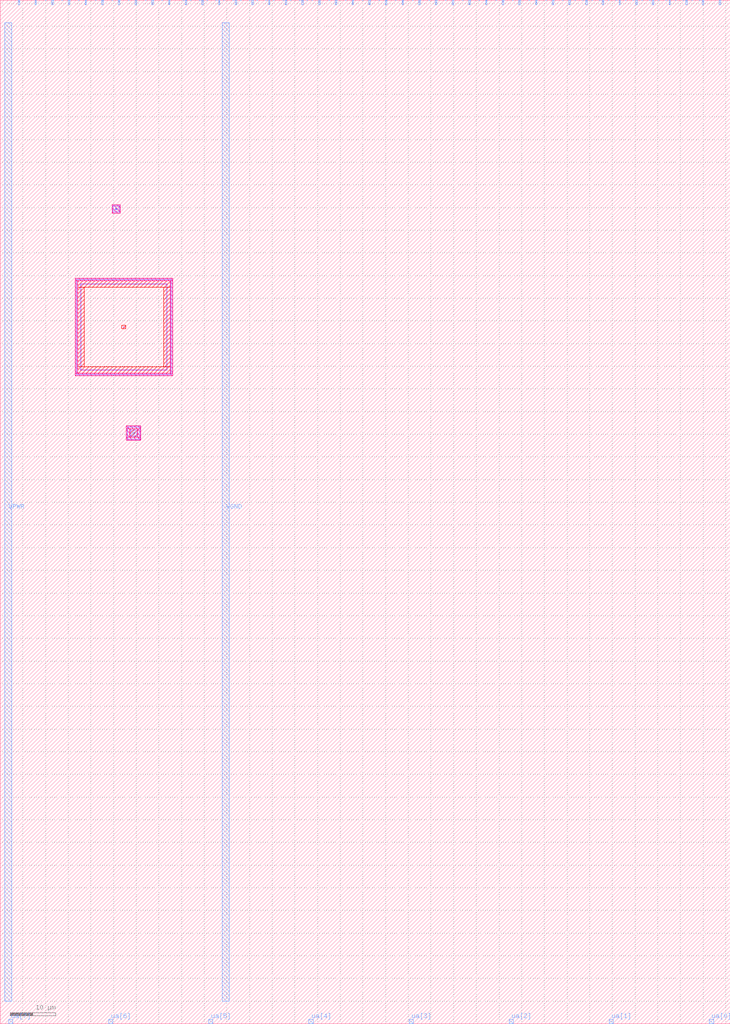
<source format=lef>
VERSION 5.7 ;
  NOWIREEXTENSIONATPIN ON ;
  DIVIDERCHAR "/" ;
  BUSBITCHARS "[]" ;
MACRO tt_um_example
  CLASS BLOCK ;
  FOREIGN tt_um_example ;
  ORIGIN 0.000 0.000 ;
  SIZE 161.000 BY 225.760 ;
  PIN clk
    DIRECTION INPUT ;
    USE SIGNAL ;
    PORT
      LAYER met4 ;
        RECT 154.870 224.760 155.170 225.760 ;
    END
  END clk
  PIN ena
    DIRECTION INPUT ;
    USE SIGNAL ;
    PORT
      LAYER met4 ;
        RECT 158.550 224.760 158.850 225.760 ;
    END
  END ena
  PIN rst_n
    DIRECTION INPUT ;
    USE SIGNAL ;
    PORT
      LAYER met4 ;
        RECT 151.190 224.760 151.490 225.760 ;
    END
  END rst_n
  PIN ua[0]
    DIRECTION INOUT ;
    USE SIGNAL ;
    PORT
      LAYER met4 ;
        RECT 156.410 0.000 157.310 1.000 ;
    END
  END ua[0]
  PIN ua[1]
    DIRECTION INOUT ;
    USE SIGNAL ;
    PORT
      LAYER met4 ;
        RECT 134.330 0.000 135.230 1.000 ;
    END
  END ua[1]
  PIN ua[2]
    DIRECTION INOUT ;
    USE SIGNAL ;
    PORT
      LAYER met4 ;
        RECT 112.250 0.000 113.150 1.000 ;
    END
  END ua[2]
  PIN ua[3]
    DIRECTION INOUT ;
    USE SIGNAL ;
    PORT
      LAYER met4 ;
        RECT 90.170 0.000 91.070 1.000 ;
    END
  END ua[3]
  PIN ua[4]
    DIRECTION INOUT ;
    USE SIGNAL ;
    PORT
      LAYER met4 ;
        RECT 68.090 0.000 68.990 1.000 ;
    END
  END ua[4]
  PIN ua[5]
    DIRECTION INOUT ;
    USE SIGNAL ;
    PORT
      LAYER met4 ;
        RECT 46.010 0.000 46.910 1.000 ;
    END
  END ua[5]
  PIN ua[6]
    DIRECTION INOUT ;
    USE SIGNAL ;
    PORT
      LAYER met4 ;
        RECT 23.930 0.000 24.830 1.000 ;
    END
  END ua[6]
  PIN ua[7]
    DIRECTION INOUT ;
    USE SIGNAL ;
    PORT
      LAYER met4 ;
        RECT 1.850 0.000 2.750 1.000 ;
    END
  END ua[7]
  PIN ui_in[0]
    DIRECTION INPUT ;
    USE SIGNAL ;
    PORT
      LAYER met4 ;
        RECT 147.510 224.760 147.810 225.760 ;
    END
  END ui_in[0]
  PIN ui_in[1]
    DIRECTION INPUT ;
    USE SIGNAL ;
    PORT
      LAYER met4 ;
        RECT 143.830 224.760 144.130 225.760 ;
    END
  END ui_in[1]
  PIN ui_in[2]
    DIRECTION INPUT ;
    USE SIGNAL ;
    PORT
      LAYER met4 ;
        RECT 140.150 224.760 140.450 225.760 ;
    END
  END ui_in[2]
  PIN ui_in[3]
    DIRECTION INPUT ;
    USE SIGNAL ;
    PORT
      LAYER met4 ;
        RECT 136.470 224.760 136.770 225.760 ;
    END
  END ui_in[3]
  PIN ui_in[4]
    DIRECTION INPUT ;
    USE SIGNAL ;
    PORT
      LAYER met4 ;
        RECT 132.790 224.760 133.090 225.760 ;
    END
  END ui_in[4]
  PIN ui_in[5]
    DIRECTION INPUT ;
    USE SIGNAL ;
    PORT
      LAYER met4 ;
        RECT 129.110 224.760 129.410 225.760 ;
    END
  END ui_in[5]
  PIN ui_in[6]
    DIRECTION INPUT ;
    USE SIGNAL ;
    PORT
      LAYER met4 ;
        RECT 125.430 224.760 125.730 225.760 ;
    END
  END ui_in[6]
  PIN ui_in[7]
    DIRECTION INPUT ;
    USE SIGNAL ;
    PORT
      LAYER met4 ;
        RECT 121.750 224.760 122.050 225.760 ;
    END
  END ui_in[7]
  PIN uio_in[0]
    DIRECTION INPUT ;
    USE SIGNAL ;
    PORT
      LAYER met4 ;
        RECT 118.070 224.760 118.370 225.760 ;
    END
  END uio_in[0]
  PIN uio_in[1]
    DIRECTION INPUT ;
    USE SIGNAL ;
    PORT
      LAYER met4 ;
        RECT 114.390 224.760 114.690 225.760 ;
    END
  END uio_in[1]
  PIN uio_in[2]
    DIRECTION INPUT ;
    USE SIGNAL ;
    PORT
      LAYER met4 ;
        RECT 110.710 224.760 111.010 225.760 ;
    END
  END uio_in[2]
  PIN uio_in[3]
    DIRECTION INPUT ;
    USE SIGNAL ;
    PORT
      LAYER met4 ;
        RECT 107.030 224.760 107.330 225.760 ;
    END
  END uio_in[3]
  PIN uio_in[4]
    DIRECTION INPUT ;
    USE SIGNAL ;
    PORT
      LAYER met4 ;
        RECT 103.350 224.760 103.650 225.760 ;
    END
  END uio_in[4]
  PIN uio_in[5]
    DIRECTION INPUT ;
    USE SIGNAL ;
    PORT
      LAYER met4 ;
        RECT 99.670 224.760 99.970 225.760 ;
    END
  END uio_in[5]
  PIN uio_in[6]
    DIRECTION INPUT ;
    USE SIGNAL ;
    PORT
      LAYER met4 ;
        RECT 95.990 224.760 96.290 225.760 ;
    END
  END uio_in[6]
  PIN uio_in[7]
    DIRECTION INPUT ;
    USE SIGNAL ;
    PORT
      LAYER met4 ;
        RECT 92.310 224.760 92.610 225.760 ;
    END
  END uio_in[7]
  PIN uio_oe[0]
    DIRECTION OUTPUT ;
    USE SIGNAL ;
    PORT
      LAYER met4 ;
        RECT 29.750 224.760 30.050 225.760 ;
    END
  END uio_oe[0]
  PIN uio_oe[1]
    DIRECTION OUTPUT ;
    USE SIGNAL ;
    PORT
      LAYER met4 ;
        RECT 26.070 224.760 26.370 225.760 ;
    END
  END uio_oe[1]
  PIN uio_oe[2]
    DIRECTION OUTPUT ;
    USE SIGNAL ;
    PORT
      LAYER met4 ;
        RECT 22.390 224.760 22.690 225.760 ;
    END
  END uio_oe[2]
  PIN uio_oe[3]
    DIRECTION OUTPUT ;
    USE SIGNAL ;
    PORT
      LAYER met4 ;
        RECT 18.710 224.760 19.010 225.760 ;
    END
  END uio_oe[3]
  PIN uio_oe[4]
    DIRECTION OUTPUT ;
    USE SIGNAL ;
    PORT
      LAYER met4 ;
        RECT 15.030 224.760 15.330 225.760 ;
    END
  END uio_oe[4]
  PIN uio_oe[5]
    DIRECTION OUTPUT ;
    USE SIGNAL ;
    PORT
      LAYER met4 ;
        RECT 11.350 224.760 11.650 225.760 ;
    END
  END uio_oe[5]
  PIN uio_oe[6]
    DIRECTION OUTPUT ;
    USE SIGNAL ;
    PORT
      LAYER met4 ;
        RECT 7.670 224.760 7.970 225.760 ;
    END
  END uio_oe[6]
  PIN uio_oe[7]
    DIRECTION OUTPUT ;
    USE SIGNAL ;
    PORT
      LAYER met4 ;
        RECT 3.990 224.760 4.290 225.760 ;
    END
  END uio_oe[7]
  PIN uio_out[0]
    DIRECTION OUTPUT ;
    USE SIGNAL ;
    PORT
      LAYER met4 ;
        RECT 59.190 224.760 59.490 225.760 ;
    END
  END uio_out[0]
  PIN uio_out[1]
    DIRECTION OUTPUT ;
    USE SIGNAL ;
    PORT
      LAYER met4 ;
        RECT 55.510 224.760 55.810 225.760 ;
    END
  END uio_out[1]
  PIN uio_out[2]
    DIRECTION OUTPUT ;
    USE SIGNAL ;
    PORT
      LAYER met4 ;
        RECT 51.830 224.760 52.130 225.760 ;
    END
  END uio_out[2]
  PIN uio_out[3]
    DIRECTION OUTPUT ;
    USE SIGNAL ;
    PORT
      LAYER met4 ;
        RECT 48.150 224.760 48.450 225.760 ;
    END
  END uio_out[3]
  PIN uio_out[4]
    DIRECTION OUTPUT ;
    USE SIGNAL ;
    PORT
      LAYER met4 ;
        RECT 44.470 224.760 44.770 225.760 ;
    END
  END uio_out[4]
  PIN uio_out[5]
    DIRECTION OUTPUT ;
    USE SIGNAL ;
    PORT
      LAYER met4 ;
        RECT 40.790 224.760 41.090 225.760 ;
    END
  END uio_out[5]
  PIN uio_out[6]
    DIRECTION OUTPUT ;
    USE SIGNAL ;
    PORT
      LAYER met4 ;
        RECT 37.110 224.760 37.410 225.760 ;
    END
  END uio_out[6]
  PIN uio_out[7]
    DIRECTION OUTPUT ;
    USE SIGNAL ;
    PORT
      LAYER met4 ;
        RECT 33.430 224.760 33.730 225.760 ;
    END
  END uio_out[7]
  PIN uo_out[0]
    DIRECTION OUTPUT ;
    USE SIGNAL ;
    PORT
      LAYER met4 ;
        RECT 88.630 224.760 88.930 225.760 ;
    END
  END uo_out[0]
  PIN uo_out[1]
    DIRECTION OUTPUT ;
    USE SIGNAL ;
    PORT
      LAYER met4 ;
        RECT 84.950 224.760 85.250 225.760 ;
    END
  END uo_out[1]
  PIN uo_out[2]
    DIRECTION OUTPUT ;
    USE SIGNAL ;
    PORT
      LAYER met4 ;
        RECT 81.270 224.760 81.570 225.760 ;
    END
  END uo_out[2]
  PIN uo_out[3]
    DIRECTION OUTPUT ;
    USE SIGNAL ;
    PORT
      LAYER met4 ;
        RECT 77.590 224.760 77.890 225.760 ;
    END
  END uo_out[3]
  PIN uo_out[4]
    DIRECTION OUTPUT ;
    USE SIGNAL ;
    PORT
      LAYER met4 ;
        RECT 73.910 224.760 74.210 225.760 ;
    END
  END uo_out[4]
  PIN uo_out[5]
    DIRECTION OUTPUT ;
    USE SIGNAL ;
    PORT
      LAYER met4 ;
        RECT 70.230 224.760 70.530 225.760 ;
    END
  END uo_out[5]
  PIN uo_out[6]
    DIRECTION OUTPUT ;
    USE SIGNAL ;
    PORT
      LAYER met4 ;
        RECT 66.550 224.760 66.850 225.760 ;
    END
  END uo_out[6]
  PIN uo_out[7]
    DIRECTION OUTPUT ;
    USE SIGNAL ;
    PORT
      LAYER met4 ;
        RECT 62.870 224.760 63.170 225.760 ;
    END
  END uo_out[7]
  PIN VPWR
    DIRECTION INOUT ;
    USE POWER ;
    PORT
      LAYER met4 ;
        RECT 1.000 5.000 2.500 220.760 ;
    END
  END VPWR
  PIN VGND
    DIRECTION INOUT ;
    USE GROUND ;
    PORT
      LAYER met4 ;
        RECT 49.000 5.000 50.500 220.760 ;
    END
  END VGND
  OBS
      LAYER pwell ;
        RECT 24.680 178.800 26.510 180.630 ;
        RECT 16.530 163.870 38.000 164.400 ;
        RECT 16.530 143.460 17.060 163.870 ;
      LAYER nwell ;
        RECT 17.065 162.435 37.465 163.865 ;
        RECT 17.065 144.895 18.495 162.435 ;
        RECT 26.845 153.245 27.685 154.085 ;
        RECT 36.035 144.895 37.465 162.435 ;
        RECT 17.065 143.465 37.465 144.895 ;
      LAYER pwell ;
        RECT 37.470 143.460 38.000 163.870 ;
        RECT 16.530 142.930 38.000 143.460 ;
        RECT 27.825 131.175 31.035 131.865 ;
        RECT 27.825 129.345 28.515 131.175 ;
      LAYER nwell ;
        RECT 28.515 129.345 30.345 131.175 ;
      LAYER pwell ;
        RECT 30.345 129.345 31.035 131.175 ;
        RECT 27.825 128.655 31.035 129.345 ;
      LAYER li1 ;
        RECT 24.860 180.280 26.330 180.450 ;
        RECT 24.860 179.150 25.030 180.280 ;
        RECT 25.350 179.550 25.840 179.880 ;
        RECT 26.160 179.150 26.330 180.280 ;
        RECT 24.860 178.980 26.330 179.150 ;
        RECT 16.710 164.050 37.820 164.220 ;
        RECT 16.710 143.280 16.880 164.050 ;
        RECT 17.695 163.065 36.835 163.235 ;
        RECT 17.695 144.265 17.865 163.065 ;
        RECT 27.100 153.580 27.430 153.750 ;
        RECT 36.665 144.265 36.835 163.065 ;
        RECT 17.695 144.095 36.835 144.265 ;
        RECT 37.650 143.280 37.820 164.050 ;
        RECT 16.710 143.110 37.820 143.280 ;
        RECT 28.005 131.515 30.855 131.685 ;
        RECT 28.005 129.005 28.175 131.515 ;
        RECT 28.695 130.825 30.165 130.995 ;
        RECT 28.695 129.695 28.865 130.825 ;
        RECT 29.185 130.095 29.675 130.425 ;
        RECT 29.995 129.695 30.165 130.825 ;
        RECT 28.695 129.525 30.165 129.695 ;
        RECT 30.685 129.005 30.855 131.515 ;
        RECT 28.005 128.835 30.855 129.005 ;
      LAYER mcon ;
        RECT 25.430 179.550 25.760 179.880 ;
        RECT 29.265 130.095 29.595 130.425 ;
      LAYER met1 ;
        RECT 25.370 179.520 25.820 179.910 ;
        RECT 29.205 130.065 29.655 130.455 ;
  END
END tt_um_example
END LIBRARY


</source>
